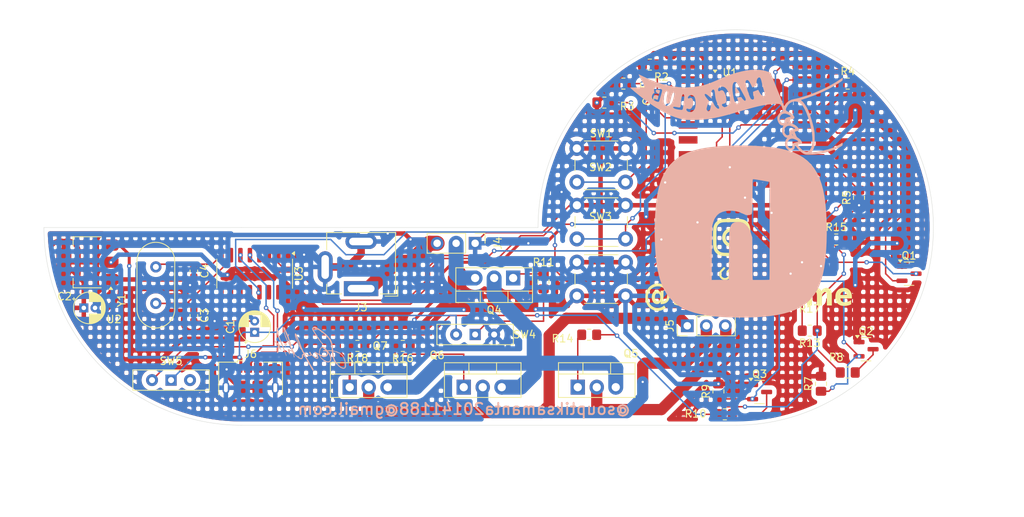
<source format=kicad_pcb>
(kicad_pcb (version 20240108) (generator "pcbnew") (generator_version "8.0")
  (layers (0 "F.Cu" signal) (31 "B.Cu" signal) (34 "B.Paste" user) (35 "F.Paste" user) (36 "B.SilkS" user "B.Silkscreen") (37 "F.SilkS" user "F.Silkscreen") (38 "B.Mask" user) (39 "F.Mask" user) (44 "Edge.Cuts" user))
  (net 0 "")
  (net 1 "GND")
  (net 2 "5V")
  (net 3 "3.3V")
  (net 4 "Net-(U3-XI)")
  (net 5 "Net-(U3-XO)")
  (net 6 "TX")
  (net 7 "MI")
  (net 8 "RX")
  (net 9 "GP9")
  (net 10 "GP10")
  (net 11 "EN")
  (net 12 "D1")
  (net 13 "SCLK")
  (net 14 "MO")
  (net 15 "CS")
  (net 16 "RST")
  (net 17 "D4")
  (net 18 "D7")
  (net 19 "D5")
  (net 20 "D0")
  (net 21 "D8")
  (net 22 "A0")
  (net 23 "D2")
  (net 24 "D3")
  (net 25 "D6")
  (net 26 "VLEDSW")
  (net 27 "12V")
  (net 28 "BR")
  (net 29 "RR")
  (net 30 "GR")
  (net 31 "Net-(Q1-D)")
  (net 32 "Net-(Q2-D)")
  (net 33 "Net-(Q3-D)")
  (net 34 "Net-(Q5-G)")
  (net 35 "VLED")
  (net 36 "Net-(Q6-G)")
  (net 37 "Net-(Q7-G)")
  (net 38 "Net-(Q4-G)")
  (net 46 "D21")
  (net 47 "D11")
  (net 48 "DTR")
  (net 49 "5VL")
  (net 52 "VLEDM")
  (footprint "Button_Switch_THT:SW_PUSH_6mm" (layer "F.Cu") (at 134.5 108.7)
    (property "Reference" "SW3")
    (property "Value" "SW_Push_45deg")
  )
  (footprint "Resistor_SMD:R_0805_2012Metric_Pad1.20x1.40mm_HandSolder" (layer "F.Cu") (at 167.132 124.952 90)
    (property "Reference" "R7")
    (property "Value" "10K")
  )
  (footprint "Capacitor_THT:CP_Radial_D4.0mm_P1.50mm" (layer "F.Cu") (at 68.604 114.808)
    (property "Reference" "C2")
    (property "Value" "100uF")
  )
  (footprint "Package_TO_SOT_SMD:SOT-23" (layer "F.Cu") (at 158.9255 126.05)
    (property "Reference" "Q3")
    (property "Value" "BSS138")
  )
  (footprint "Capacitor_SMD:C_0603_1608Metric" (layer "F.Cu") (at 83.312 109.879 -90)
    (property "Reference" "C4")
    (property "Value" "22pF")
  )
  (footprint "Button_Switch_THT:SW_Slide-03_Wuerth-WS-SLTV_10x2.5x6.4_P2.54mm" (layer "F.Cu") (at 120.904 118.364)
    (property "Reference" "SW4")
    (property "Value" "SW_Wuerth_450301014042")
  )
  (footprint "Resistor_SMD:R_0805_2012Metric_Pad1.20x1.40mm_HandSolder" (layer "F.Cu") (at 170.704 123.444)
    (property "Reference" "R8")
    (property "Value" "10K")
  )
  (footprint "Package_TO_SOT_THT:TO-220-3_Vertical" (layer "F.Cu") (at 125.984 110.815 180)
    (property "Reference" "Q4")
    (property "Value" "IRFZ44N")
  )
  (footprint "Package_TO_SOT_SMD:SOT-23" (layer "F.Cu") (at 173.1495 120.33)
    (property "Reference" "Q2")
    (property "Value" "BSS138")
  )
  (footprint "Resistor_SMD:R_0805_2012Metric_Pad1.20x1.40mm_HandSolder" (layer "F.Cu") (at 164.592 105.664)
    (property "Reference" "R6")
    (property "Value" "10K")
  )
  (footprint "Connector_BarrelJack:BarrelJack_GCT_DCJ200-10-A_Horizontal" (layer "F.Cu") (at 105.664 112.2375 180)
    (property "Reference" "J3")
    (property "Value" "Barrel_Jack_Switch_Pin3Ring")
  )
  (footprint "Button_Switch_THT:SW_Slide-03_Wuerth-WS-SLTV_10x2.5x6.4_P2.54mm" (layer "F.Cu") (at 80.264 124.46)
    (property "Reference" "SW5")
    (property "Value" "SW_Wuerth_450301014042" (hide yes))
  )
  (footprint "Connector_USB:USB_Micro-B_Amphenol_10118193-0001LF_Horizontal" (layer "F.Cu") (at 90.8914 125.476)
    (property "Reference" "J6")
    (property "Value" "USB_B_Micro" (hide yes))
  )
  (footprint "kilibimg:instalogo" (layer "F.Cu") (at 155.2 105.4)
    (property "Reference" "G***" (hide yes))
    (property "Value" "LOGO" (hide yes))
  )
  (footprint "Resistor_SMD:R_0805_2012Metric_Pad1.20x1.40mm_HandSolder" (layer "F.Cu") (at 111.236 119.888 180)
    (property "Reference" "R16")
    (property "Value" "200")
  )
  (footprint "Resistor_SMD:R_0805_2012Metric_Pad1.20x1.40mm_HandSolder" (layer "F.Cu") (at 169.164 105.664)
    (property "Reference" "R15")
    (property "Value" "10K")
  )
  (footprint "Resistor_SMD:R_0805_2012Metric_Pad1.20x1.40mm_HandSolder" (layer "F.Cu") (at 172.212 100.092 90)
    (property "Reference" "R5")
    (property "Value" "10K")
  )
  (footprint "Package_TO_SOT_SMD:SOT-223-3_TabPin2" (layer "F.Cu") (at 69.088 108.712 180)
    (property "Reference" "U2")
    (property "Value" "AMS1117-3.3")
  )
  (footprint "Resistor_SMD:R_0805_2012Metric_Pad1.20x1.40mm_HandSolder" (layer "F.Cu") (at 144.256 82.296 180)
    (property "Reference" "R2")
    (property "Value" "10K")
  )
  (footprint "Resistor_SMD:R_0805_2012Metric_Pad1.20x1.40mm_HandSolder" (layer "F.Cu") (at 153.416 125.968 90)
    (property "Reference" "R9")
    (property "Value" "10K")
  )
  (footprint "Resistor_SMD:R_0805_2012Metric_Pad1.20x1.40mm_HandSolder" (layer "F.Cu") (at 170.704 84.836)
    (property "Reference" "R4")
    (property "Value" "10K")
  )
  (footprint "Package_TO_SOT_THT:TO-220-3_Vertical" (layer "F.Cu") (at 134.62 125.405)
    (property "Reference" "Q5")
    (property "Value" "IRFZ44N")
  )
  (footprint "Resistor_SMD:R_0805_2012Metric_Pad1.20x1.40mm_HandSolder" (layer "F.Cu") (at 140.716 84.836 180)
    (property "Reference" "R1")
    (property "Value" "10K")
  )
  (footprint "Resistor_SMD:R_0805_2012Metric_Pad1.20x1.40mm_HandSolder" (layer "F.Cu") (at 130.048 111.268 90)
    (property "Reference" "R11")
    (property "Value" "200")
  )
  (footprint "Button_Switch_THT:SW_PUSH_6mm" (layer "F.Cu") (at 134.5 93.5)
    (property "Reference" "SW1")
    (property "Value" "SW_Push_45deg")
  )
  (footprint "Capacitor_SMD:C_0603_1608Metric" (layer "F.Cu") (at 145.288 86.7925 90)
    (property "Reference" "C5")
    (property "Value" "100nF")
  )
  (footprint "Package_TO_SOT_THT:TO-220-3_Vertical" (layer "F.Cu") (at 119.38 125.405)
    (property "Reference" "Q6")
    (property "Value" "IRFZ44N")
  )
  (footprint "kilibimg:linkico" (layer "F.Cu") (at 155 109.6)
    (property "Reference" "G***" (hide yes))
    (property "Value" "LOGO" (hide yes))
  )
  (footprint "Resistor_SMD:R_0805_2012Metric_Pad1.20x1.40mm_HandSolder" (layer "F.Cu") (at 165.624 117.856 180)
    (property "Reference" "R13")
    (property "Value" "10K")
  )
  (footprint "Capacitor_SMD:C_0603_1608Metric" (layer "F.Cu") (at 83.312 115.824 -90)
    (property "Reference" "C3")
    (property "Value" "22pF")
  )
  (footprint "Resistor_SMD:R_0805_2012Metric_Pad1.20x1.40mm_HandSolder" (layer "F.Cu") (at 154.275 129.032)
    (property "Reference" "R10")
    (property "Value" "10K")
  )
  (footprint "Resistor_SMD:R_0805_2012Metric_Pad1.20x1.40mm_HandSolder" (layer "F.Cu") (at 138.176 87.376)
    (property "Reference" "R3")
    (property "Value" "10K")
  )
  (footprint "Resistor_SMD:R_0805_2012Metric_Pad1.20x1.40mm_HandSolder" (layer "F.Cu") (at 136.144 118.4 180)
    (property "Reference" "R14")
    (property "Value" "200")
  )
  (footprint "Package_SO:SOIC-16_3.9x9.9mm_P1.27mm" (layer "F.Cu") (at 91.44 110.236 -90)
    (property "Reference" "U3")
    (property "Value" "CH340G")
  )
  (footprint "Connector_PinHeader_2.54mm:PinHeader_1x03_P2.54mm_Vertical" (layer "F.Cu") (at 120.904 106.172 -90)
    (property "Reference" "J4")
    (property "Value" "Conn_01x03_Pin")
  )
  (footprint "Connector_PinHeader_2.54mm:PinHeader_1x03_P2.54mm_Vertical" (layer "F.Cu") (at 149.26 117.2 90)
    (property "Reference" "J5")
    (property "Value" "Conn_01x03_Pin")
  )
  (footprint "Package_TO_SOT_THT:TO-220-3_Vertical" (layer "F.Cu") (at 104.14 125.405)
    (property "Reference" "Q7")
    (property "Value" "IRFZ44N")
  )
  (footprint "Package_TO_SOT_SMD:SOT-23" (layer "F.Cu") (at 178.8945 110.236)
    (property "Reference" "Q1")
    (property "Value" "BSS138")
  )
  (footprint "Capacitor_THT:CP_Radial_D4.0mm_P1.50mm" (layer "F.Cu") (at 91.44 118.070599 90)
    (property "Reference" "C1")
    (property "Value" "100uF")
  )
  (footprint "RF_Module:ESP-12E" (layer "F.Cu") (at 156.972 85.852)
    (property "Reference" "U1")
    (property "Value" "ESP-12E")
  )
  (footprint "Resistor_SMD:R_0805_2012Metric_Pad1.20x1.40mm_HandSolder" (layer "F.Cu") (at 105.172 119.888 180)
    (property "Reference" "R18")
    (property "Value" "200")
  )
  (footprint "Crystal:Crystal_HC49-4H_Vertical" (layer "F.Cu") (at 78.232 114.21 90)
    (property "Reference" "Y1")
    (property "Value" "12MHZ")
  )
  (footprint "Resistor_SMD:R_0805_2012Metric_Pad1.20x1.40mm_HandSolder" (layer "F.Cu") (at 165.608 113.284 180)
    (property "Reference" "R17")
    (property "Value" "10K")
  )
  (footprint "Button_Switch_THT:SW_PUSH_6mm" (layer "F.Cu") (at 134.508 101.092)
    (property "Reference" "SW2")
    (property "Value" "SW_Push_45deg")
  )
  (footprint "kilibimg:HackclubFlag" (layer "B.Cu") (at 155.8 88.6 180)
    (property "Reference" "G***" (hide yes))
    (property "Value" "LOGO" (hide yes))
  )
  (footprint "kilibimg:Hackclub_logo" (layer "B.Cu") (at 156.4 104.6 180)
    (property "Reference" "G***" (hide yes))
    (property "Value" "LOGO" (hide yes))
  )
  (footprint "kilibimg:souptikSign" (layer "B.Cu") (at 97.028 120.396 179.5)
    (property "Reference" "G***" (hide yes))
    (property "Value" "LOGO" (hide yes))
  )
  (gr_line (start 129.310516 104.067) (end 89.6914 104.067) (stroke (width 0.05)) (layer "Edge.Cuts"))
  (gr_arc (start 129.310516 104.067) (mid 174.413786 85.384614) (end 155.7314 130.487884) (stroke (width 0.05)) (layer "Edge.Cuts"))
  (gr_line (start 89.6914 104.067) (end 63.2754 104.067) (stroke (width 0.05)) (layer "Edge.Cuts"))
  (gr_line (start 155.7314 130.487884) (end 89.6914 130.487884) (stroke (width 0.05)) (layer "Edge.Cuts"))
  (gr_arc (start 89.6914 130.487884) (mid 71.012464 122.750819) (end 63.2754 104.071884) (stroke (width 0.05)) (layer "Edge.Cuts"))
  (gr_text "@souptiksamanta20141188@gmail.com\n" (at 141.8 129.2 0) (layer "B.SilkS") (effects (font (size 1.5 1.5) (thickness 0.25) (bold yes)) (justify left bottom mirror)))
  (gr_text "@Souptik.me" (at 143.4 115 0) (layer "F.SilkS") (effects (font (size 3 2.7) (thickness 0.3) (bold yes)) (justify left bottom)))
  (segment (start 134.5 108.7) (end 137.668 108.7) (width 0.6) (layer "F.Cu") (net 1))
  (segment (start 72.238 112.674) (end 72.238 111.012) (width 0.6) (layer "F.Cu") (net 1))
  (segment (start 105.664 107.57875) (end 105.664 105.9375) (width 1) (layer "F.Cu") (net 1))
  (segment (start 86.062198 116.599) (end 83.312 116.599) (width 0.2) (layer "F.Cu") (net 1))
  (segment (start 120.904 106.172) (end 122.32 104.756) (width 0.2) (layer "F.Cu") (net 1))
  (segment (start 94.0914 123.026) (end 94.0914 123.476) (width 0.6) (layer "F.Cu") (net 1))
  (segment (start 70.104 114.808) (end 72.238 112.674) (width 0.6) (layer "F.Cu") (net 1))
  (segment (start 109.22 104.867) (end 111.471 104.867) (width 0.6) (layer "F.Cu") (net 1))
  (segment (start 164.572 96.352) (end 166.456 96.352) (width 0.6) (layer "F.Cu") (net 1))
  (segment (start 92.0914 125.476) (end 94.1914 125.476) (width 0.6) (layer "F.Cu") (net 1))
  (segment (start 83.312 110.2865) (end 83.312 111.252) (width 0.2) (layer "F.Cu") (net 1))
  (segment (start 111.471 104.867) (end 112.268 105.664) (width 0.6) (layer "F.Cu") (net 1))
  (segment (start 126.873 106.172) (end 124.333 108.712) (width 0.4) (layer "F.Cu") (net 1))
  (segment (start 86.090599 116.570599) (end 86.062198 116.599) (width 0.2) (layer "F.Cu") (net 1))
  (segment (start 94.0914 123.026) (end 92.4664 123.026) (width 0.4) (layer "F.Cu") (net 1))
  (segment (start 130.342471 106.172) (end 128.016 106.172) (width 0.4) (layer "F.Cu") (net 1))
  (segment (start 164.608 113.284) (end 164.608 117.84) (width 0.2) (layer "F.Cu") (net 1))
  (segment (start 164.608 117.84) (end 164.624 117.856) (width 0.2) (layer "F.Cu") (net 1))
  (segment (start 122.32 104.756) (end 129.882314 104.756) (width 0.2) (layer "F.Cu") (net 1))
  (segment (start 137.668 108.7) (end 137.668 101.092) (width 0.6) (layer "F.Cu") (net 1))
  (segment (start 164.608 111.744) (end 164.608 113.284) (width 0.2) (layer "F.Cu") (net 1))
  (segment (start 137.668 101.092) (end 141.008 101.092) (width 0.6) (layer "F.Cu") (net 1))
  (segment (start 82.804 111.76) (end 82.056 111.012) (width 0.6) (layer "F.Cu") (net 1))
  (segment (start 87.6914 123.7594) (end 87.6914 123.026) (width 0.6) (layer "F.Cu") (net 1))
  (segment (start 89.408 125.476) (end 87.6914 123.7594) (width 0.6) (layer "F.Cu") (net 1))
  (segment (start 128.016 106.172) (end 126.873 106.172) (width 0.4) (layer "F.Cu") (net 1))
  (segment (start 137.668 101.092) (end 137.668 93.5) (width 0.6) (layer "F.Cu") (net 1))
  (segment (start 134.508 101.092) (end 137.668 101.092) (width 0.6) (layer "F.Cu") (net 1))
  (segment (start 137.668 108.7) (end 141 108.7) (width 0.6) (layer "F.Cu") (net 1))
  (segment (start 134.5 93.5) (end 137.668 93.5) (width 0.6) (layer "F.Cu") (net 1))
  (segment (start 132.461 99.314) (end 132.461 97.028) (width 0.4) (layer "F.Cu") (net 1))
  (segment (start 92.4664 123.026) (end 92.2414 122.801) (width 0.4) (layer "F.Cu") (net 1))
  (segment (start 167.64 101.092) (end 141.008 101.092) (width 0.6) (layer "F.Cu") (net 1))
  (segment (start 117.983 108.712) (end 116.459 110.236) (width 0.4) (layer "F.Cu") (net 1))
  (segment (start 95.95 107.696) (end 95.885 107.761) (width 1) (layer "F.Cu") (net 1))
  (segment (start 87.5914 125.476) (end 89.6914 125.476) (width 0.6) (layer "F.Cu") (net 1))
  (segment (start 100.864 109.3375) (end 103.90525 109.3375) (width 1) (layer "F.Cu") (net 1))
  (segment (start 89.6914 125.476) (end 89.408 125.476) (width 0.6) (layer "F.Cu") (net 1))
  (segment (start 103.90525 109.3375) (end 105.664 107.57875) (width 1) (layer "F.Cu") (net 1))
  (segment (start 133.546314 101.092) (end 134.508 101.092) (width 0.2) (layer "F.Cu") (net 1))
  (segment (start 134.627 93.5) (end 132.461 95.666) (width 0.4) (layer "F.Cu") (net 1))
  (segment (start 83.312 116.2315) (end 83.4125 116.332) (width 0.1) (layer "F.Cu") (net 1))
  (segment (start 92.0914 125.476) (end 89.6914 125.476) (width 0.6) (layer "F.Cu") (net 1))
  (segment (start 170.164 105.664) (end 170.164 103.14) (width 0.2) (layer "F.Cu") (net 1))
  (segment (start 124.333 108.712) (end 117.983 108.712) (width 0.4) (layer "F.Cu") (net 1))
  (segment (start 86.090599 116.570599) (end 91.44 116.570599) (width 0.2) (layer "F.Cu") (net 1))
  (segment (start 94.0914 123.476) (end 92.0914 125.476) (width 0.6) (layer "F.Cu") (net 1))
  (segment (start 132.461 95.666) (end 132.461 97.028) (width 0.4) (layer "F.Cu") (net 1))
  (segment (start 82.056 111.012) (end 72.238 111.012) (width 0.6) (layer "F.Cu") (net 1))
  (segment (start 132.134886 104.379585) (end 130.342471 106.172) (width 0.4) (layer "F.Cu") (net 1))
  (segment (start 129.882314 104.756) (end 133.546314 101.092) (width 0.2) (layer "F.Cu") (net 1))
  (segment (start 116.459 112.741) (end 112.776 116.424) (width 0.4) (layer "F.Cu") (net 1))
  (segment (start 170.164 103.14) (end 172.212 101.092) (width 0.2) (layer "F.Cu") (net 1))
  (segment (start 137.668 93.5) (end 141 93.5) (width 0.6) (layer "F.Cu") (net 1))
  (segment (start 167.64 97.536) (end 167.64 101.092) (width 0.6) (layer "F.Cu") (net 1))
  (segment (start 166.456 96.352) (end 167.64 97.536) (width 0.6) (layer "F.Cu") (net 1))
  (segment (start 98.044 107.696) (end 95.95 107.696) (width 1) (layer "F.Cu") (net 1))
  (segment (start 83.312 111.252) (end 82.804 111.76) (width 0.2) (layer "F.Cu") (net 1))
  (segment (start 116.459 110.236) (end 116.459 111.76) (width 0.4) (layer "F.Cu") (net 1))
  (segment (start 167.132 109.22) (end 164.608 111.744) (width 0.2) (layer "F.Cu") (net 1))
  (segment (start 116.459 111.76) (end 116.459 112.741) (width 0.4) (layer "F.Cu") (net 1))
  (via (at 128.016 106.172) (size 0.6) (drill 0.3) (layers "F.Cu" "B.Cu") (net 1))
  (via (at 109.22 104.867) (size 0.6) (drill 0.3) (layers "F.Cu" "B.Cu") (net 1))
  (via (at 132.134886 104.379585) (size 0.6) (drill 0.3) (layers "F.Cu" "B.Cu") (net 1))
  (via (at 86.090599 116.570599) (size 0.6) (drill 0.3) (layers "F.Cu" "B.Cu") (net 1))
  (via (at 116.459 111.76) (size 0.6) (drill 0.3) (layers "F.Cu" "B.Cu") (net 1))
  (via (at 112.268 105.664) (size 0.6) (drill 0.3) (layers "F.Cu" "B.Cu") (net 1))
  (via (at 82.804 111.76) (size 0.6) (drill 0.3) (layers "F.Cu" "B.Cu") (net 1))
  (via (at 112.776 116.424) (size 0.6) (drill 0.3) (layers "F.Cu" "B.Cu") (net 1))
  (via (at 87.6914 123.026) (size 0.6) (drill 0.3) (layers "F.Cu" "B.Cu") (net 1))
  (via (at 167.132 109.22) (size 0.6) (drill 0.3) (layers "F.Cu" "B.Cu") (net 1))
  (via (at 132.461 99.314) (size 0.6) (drill 0.3) (layers "F.Cu" "B.Cu") (net 1))
  (via (at 172.212 101.092) (size 0.6) (drill 0.3) (layers "F.Cu" "B.Cu") (net 1))
  (via (at 98.044 107.696) (size 0.6) (drill 0.3) (layers "F.Cu" "B.Cu") (net 1))
  (segment (start 105.664 105.46) (end 105.268 105.064) (width 0.6) (layer "B.Cu") (net 1))
  (segment (start 106.969 104.867) (end 105.8985 105.9375) (width 0.6) (layer "B.Cu") (net 1))
  (segment (start 112.776 117.856) (end 115.12 120.2) (width 0.4) (layer "B.Cu") (net 1))
  (segment (start 69.088 109.982) (end 70.104 110.998) (width 0.6) (layer "B.Cu") (net 1))
  (segment (start 69.088 105.064) (end 104.7905 105.064) (width 0.6) (layer "B.Cu") (net 1))
  (segment (start 132.461 104.053471) (end 132.461 99.314) (width 0.4) (layer "B.Cu") (net 1))
  (segment (start 113.284 111.76) (end 116.459 111.76) (width 0.6) (layer "B.Cu") (net 1))
  (segment (start 172.212 105.918) (end 172.212 101.092) (width 0.2) (layer "B.Cu") (net 1))
  (segment (start 120.904 106.172) (end 128.016 106.172) (width 0.2) (layer "B.Cu") (net 1))
  (segment (start 98.044 107.696) (end 99.2225 107.696) (width 1) (layer "B.Cu") (net 1))
  (segment (start 112.268 110.744) (end 113.284 111.76) (width 0.6) (layer "B.Cu") (net 1))
  (segment (start 70.104 110.998) (end 70.104 114.808) (width 0.6) (layer "B.Cu") (net 1))
  (segment (start 132.134886 104.379585) (end 132.461 104.053471) (width 0.4) (layer "B.Cu") (net 1))
  (segment (start 99.2225 107.696) (end 100.864 109.3375) (width 1) (layer "B.Cu") (net 1))
  (segment (start 112.268 105.664) (end 112.268 110.744) (width 0.6) (layer "B.Cu") (net 1))
  (segment (start 100.208 108.204) (end 100.864 108.86) (width 0.8) (layer "B.Cu") (net 1))
  (segment (start 104.7905 105.064) (end 105.664 105.9375) (width 0.6) (layer "B.Cu") (net 1))
  (segment (start 112.776 116.424) (end 112.776 117.856) (width 0.4) (layer "B.Cu") (net 1))
  (segment (start 105.8985 105.9375) (end 105.664 105.9375) (width 0.6) (layer "B.Cu") (net 1))
  (segment (start 115.12 120.2) (end 123.444 120.2) (width 0.4) (layer "B.Cu") (net 1))
  (segment (start 86.090599 116.570599) (end 86.090599 115.554599) (width 0.6) (layer "B.Cu") (net 1))
  (segment (start 86.090599 115.554599) (end 82.804 112.268) (width 0.6) (layer "B.Cu") (net 1))
  (segment (start 167.132 109.22) (end 169.418 106.934) (width 0.2) (layer "B.Cu") (net 1))
  (segment (start 86.090599 116.570599) (end 87.6914 118.1714) (width 0.6) (layer "B.Cu") (net 1))
  (segment (start 123.444 120.2) (end 123.444 118.364) (width 0.4) (layer "B.Cu") (net 1))
  (segment (start 87.6914 118.1714) (end 87.6914 123.026) (width 0.6) (layer "B.Cu") (net 1))
  (segment (start 69.088 105.064) (end 69.088 109.982) (width 0.6) (layer "B.Cu") (net 1))
  (segment (start 171.196 106.934) (end 172.212 105.918) (width 0.2) (layer "B.Cu") (net 1))
  (segment (start 82.804 112.268) (end 82.804 111.76) (width 0.6) (layer "B.Cu") (net 1))
  (segment (start 169.418 106.934) (end 171.196 106.934) (width 0.2) (layer "B.Cu") (net 1))
  (segment (start 109.22 104.867) (end 106.969 104.867) (width 0.6) (layer "B.Cu") (net 1))
  (segment (start 89.408 121.412) (end 89.5914 121.5954) (width 0.4) (layer "F.Cu") (net 2))
  (segment (start 84.836 121.412) (end 89.408 121.412) (width 0.4) (layer "F.Cu") (net 2))
  (segment (start 73.392 106.412) (end 74.676 107.696) (width 0.4) (layer "F.Cu") (net 2))
  (segment (start 74.676 107.696) (end 74.676 109.22) (width 0.4) (layer "F.Cu") (net 2))
  (segment (start 72.238 106.412) (end 73.392 106.412) (width 0.4) (layer "F.Cu") (net 2))
  (segment (start 89.5914 121.5954) (end 89.5914 122.801) (width 0.4) (layer "F.Cu") (net 2))
  (via (at 84.836 121.412) (size 0.6) (drill 0.3) (layers "F.Cu" "B.Cu") (net 2))
  (via (at 74.676 109.22) (size 0.6) (drill 0.3) (layers "F.Cu" "B.Cu") (net 2))
  (via (at 89.408 121.412) (size 0.6) (drill 0.3) (layers "F.Cu" "B.Cu") (net 2))
  (segment (start 118.364 115.824) (end 118.364 118.364) (width 0.2) (layer "B.Cu") (net 2))
  (segment (start 94.273401 118.070599) (end 91.44 118.070599) (width 0.2) (layer "B.Cu") (net 2))
  (segment (start 83.312 121.412) (end 84.836 121.412) (width 0.2) (layer "B.Cu") (net 2))
  (segment (start 91.44 118.070599) (end 89.929401 118.070599) (width 0.2) (layer "B.Cu") (net 2))
  (segment (start 89.929401 118.070599) (end 89.408 118.592) (width 0.2) (layer "B.Cu") (net 2))
  (segment (start 74.676 113.284) (end 74.676 118.364) (width 0.4) (layer "B.Cu") (net 2))
  (segment (start 96.52 115.824) (end 94.273401 118.070599) (width 0.2) (layer "B.Cu") (net 2))
  (segment (start 74.676 121.412) (end 84.836 121.412) (width 0.4) (layer "B.Cu") (net 2))
  (segment (start 118.364 115.824) (end 96.52 115.824) (width 0.2) (layer "B.Cu") (net 2))
  (segment (start 74.676 109.22) (end 74.676 113.284) (width 0.4) (layer "B.Cu") (net 2))
  (segment (start 89.408 118.592) (end 89.408 121.412) (width 0.2) (layer "B.Cu") (net 2))
  (segment (start 74.676 118.364) (end 74.676 121.412) (width 0.4) (layer "B.Cu") (net 2))
  (segment (start 80.264 124.46) (end 83.312 121.412) (width 0.2) (layer "B.Cu") (net 2))
  (segment (start 157.856 124.968) (end 157.988 125.1) (width 0.6) (layer "F.Cu") (net 3))
  (segment (start 171.704 84.836) (end 171.704 88.392) (width 0.6) (layer "F.Cu") (net 3))
  (segment (start 167.132 123.952) (end 159.136 123.952) (width 0.6) (layer "F.Cu") (net 3))
  (segment (start 178.816 93.472) (end 173.736 88.392) (width 0.6) (layer "F.Cu") (net 3))
  (segment (start 171.196 83.82) (end 171.196 84.328) (width 0.6) (layer "F.Cu") (net 3))
  (segment (start 177.292 108.621) (end 177.957 109.286) (width 0.6) (layer "F.Cu") (net 3))
  (segment (start 170.688 83.312) (end 171.196 83.82) (width 0.6) (layer "F.Cu") (net 3))
  (segment (start 144.272 102.108) (end 143.764 102.616) (width 0.6) (layer "F.Cu") (net 3))
  (segment (start 97.982 114.808) (end 95.885 112.711) (width 0.6) (layer "F.Cu") (net 3))
  (segment (start 142.256 82.296) (end 143.256 82.296) (width 0.6) (layer "F.Cu") (net 3))
  (segment (start 171.704 111.76) (end 171.704 118.872) (width 0.6) (layer "F.Cu") (net 3))
  (segment (start 95.885 111.736001) (end 95.885 112.711) (width 0.6) (layer "F.Cu") (net 3))
  (segment (start 159.136 123.952) (end 157.988 125.1) (width 0.6) (layer "F.Cu") (net 3))
  (segment (start 139.716 84.836) (end 142.256 82.296) (width 0.6) (layer "F.Cu") (net 3))
  (segment (start 68.604 111.378) (end 65.938 108.712) (width 0.6) (layer "F.Cu") (net 3))
  (segment (start 68.604 114.808) (end 68.604 111.378) (width 0.6) (layer "F.Cu") (net 3))
  (segment (start 137.176 87.376) (end 139.716 84.836) (width 0.6) (layer "F.Cu") (net 3))
  (segment (start 173.736 88.392) (end 171.704 88.392) (width 0.6) (layer "F.Cu") (net 3))
  (segment (start 92.4 110.4) (end 92.6 110.6) (width 0.6) (layer "F.Cu") (net 3))
  (segment (start 178.816 108.427) (end 178.816 93.472) (width 0.6) (layer "F.Cu") (net 3))
  (segment (start 171.704 118.872) (end 172.212 119.38) (width 0.6) (layer "F.Cu") (net 3))
  (segment (start 72.238 108.712) (end 65.938 108.712) (width 0.6) (layer "F.Cu") (net 3))
  (segment (start 168.656 83.312) (end 170.688 83.312) (width 0.6) (layer "F.Cu") (net 3))
  (segment (start 177.957 109.286) (end 178.816 108.427) (width 0.6) (layer "F.Cu") (net 3))
  (segment (start 143.764 103.632) (end 145.796 105.664) (width 0.6) (layer "F.Cu") (net 3))
  (segment (start 143.256 82.296) (end 144.78 80.772) (width 0.6) (layer "F.Cu") (net 3))
  (segment (start 149.372 96.352) (end 147.996 96.352) (width 0.6) (layer "F.Cu") (net 3))
  (segment (start 128.806629 115.062) (end 119.38 115.062) (width 0.6) (layer "F.Cu") (net 3))
  (segment (start 177.292 106.172) (end 177.292 108.621) (width 0.6) (layer "F.Cu") (net 3))
  (segment (start 143.764 102.616) (end 143.764 103.632) (width 0.6) (layer "F.Cu") (net 3))
  (segment (start 141 113.2) (end 134.5 113.2) (width 0.6) (layer "F.Cu") (net 3))
  (segment (start 153.416 124.968) (end 157.856 124.968) (width 0.6) (layer "F.Cu") (net 3))
  (segment (start 92.6 110.6) (end 94.748999 110.6) (width 0.6) (layer "F.Cu") (net 3))
  (segment (start 160.528 102.108) (end 144.272 102.108) (width 0.6) (layer "F.Cu") (net 3))
  (segment (start 87.8 110.4) (end 92.4 110.4) (width 0.6) (layer "F.Cu") (net 3))
  (segment (start 128.868629 115) (end 128.806629 115.062) (width 0.6) (layer "F.Cu") (net 3))
  (segment (start 171.196 84.328) (end 171.704 84.836) (width 0.6) (layer "F.Cu") (net 3))
  (segment (start 144.78 80.772) (end 166.116 80.772) (width 0.6) (layer "F.Cu") (net 3))
  (segment (start 147.996 96.352) (end 146.304 98.044) (width 0.6) (layer "F.Cu") (net 3))
  (segment (start 94.748999 110.6) (end 95.885 111.736001) (width 0.6) (layer "F.Cu") (net 3))
  (segment (start 166.116 80.772) (end 168.656 83.312) (width 0.6) (layer "F.Cu") (net 3))
  (segment (start 129 115) (end 128.868629 115) (width 0.6) (layer "F.Cu") (net 3))
  (via (at 87.8 110.4) (size 0.6) (drill 0.3) (layers "F.Cu" "B.Cu") (net 3))
  (via (at 177.292 106.172) (size 0.6) (drill 0.3) (layers "F.Cu" "B.Cu") (net 3))
  (via (at 72.238 108.712) (size 0.6) (drill 0.3) (layers "F.Cu" "B.Cu") (net 3))
  (via (at 171.704 111.76) (size 0.6) (drill 0.3) (layers "F.Cu" "B.Cu") (net 3))
  (via (at 171.704 88.392) (size 0.6) (drill 0.3) (layers "F.Cu" "B.Cu") (net 3))
  (via (at 153.416 124.968) (size 0.6) (drill 0.3) (layers "F.Cu" "B.Cu") (net 3))
  (via (at 143.764 102.616) (size 0.6) (drill 0.3) (layers "F.Cu" "B.Cu") (net 3))
  (via (at 145.796 105.664) (size 0.6) (drill 0.3) (layers "F.Cu" "B.Cu") (net 3))
  (via (at 129 115) (size 0.6) (drill 0.3) (layers "F.Cu" "B.Cu") (net 3))
  (via (at 97.982 114.808) (size 0.6) (drill 0.3) (layers "F.Cu" "B.Cu") (net 3))
  (via (at 119.38 115.062) (size 0.6) (drill 0.3) (layers "F.Cu" "B.Cu") (net 3))
  (via (at 137.176 87.376) (size 0.6) (drill 0.3) (layers "F.Cu" "B.Cu") (net 3))
  (via (at 160.528 102.108) (size 0.6) (drill 0.3) (layers "F.Cu" "B.Cu") (net 3))
  (via (at 146.304 98.044) (size 0.6) (drill 0.3) (layers "F.Cu" "B.Cu") (net 3))
  (segment (start 173.736 106.172) (end 171.704 108.204) (width 0.6) (layer "B.Cu") (net 3))
  (segment (start 171.704 89.916) (end 171.704 88.392) (width 0.6) (layer "B.Cu") (net 3))
  (segment (start 160.528 102.108) (end 160.528 99.06) (width 0.6) (layer "B.Cu") (net 3))
  (segment (start 73.254 107.696) (end 72.238 108.712) (width 0.6) (layer "B.Cu") (net 3))
  (segment (start 168.148 93.472) (end 171.704 89.916) (width 0.6) (layer "B.Cu") (net 3))
  (segment (start 132.7 115) (end 134.5 113.2) (width 0.6) (layer "B.Cu") (net 3))
  (segment (start 153.416 124.968) (end 147.828 124.968) (width 0.6) (layer "B.Cu") (net 3))
  (segment (start 137.16 87.392) (end 137.176 87.376) (width 0.6) (layer "B.Cu") (net 3))
  (segment (start 119.38 115.062) (end 98.236 115.062) (width 0.6) (layer "B.Cu") (net 3))
  (segment (start 143.764 102.616) (end 143.764 100.584) (width 0.6) (layer "B.Cu") (net 3))
  (segment (start 161.544 93.472) (end 168.148 93.472) (width 0.6) (layer "B.Cu") (net 3))
  (segment (start 141 118.14) (end 141 113.2) (width 0.6) (layer "B.Cu") (net 3))
  (segment (start 87.8 110.4) (end 87 110.4) (width 0.6) (layer "B.Cu") (net 3))
  (segment (start 161.036 98.552) (end 161.036 93.98) (width 0.6) (layer "B.Cu") (net 3))
  (segment (start 143.764 100.584) (end 146.304 98.044) (width 0.6) (layer "B.Cu") (net 3))
  (segment (start 171.704 108.204) (end 171.704 111.76) (width 0.6) (layer "B.Cu") (net 3))
  (segment (start 148.844 108.712) (end 145.796 105.664) (width 0.6) (layer "B.Cu") (net 3))
  (segment (start 141 113.2) (end 145.88 113.2) (width 0.6) (layer "B.Cu") (net 3))
  (segment (start 177.292 106.172) (end 173.736 106.172) (width 0.6) (layer "B.Cu") (net 3))
  (segment (start 148.844 110.236) (end 148.844 108.712) (width 0.6) (layer "B.Cu") (net 3))
  (segment (start 129 115) (end 132.7 115) (width 0.6) (layer "B.Cu") (net 3))
  (segment (start 147.828 124.968) (end 141 118.14) (width 0.6) (layer "B.Cu") (net 3))
  (segment (start 160.528 99.06) (end 161.036 98.552) (width 0.6) (layer "B.Cu") (net 3))
  (segment (start 161.036 93.98) (end 161.544 93.472) (width 0.6) (layer "B.Cu") (net 3))
  (segment (start 87 110.4) (end 84.296 107.696) (width 0.6) (layer "B.Cu") (net 3))
  (segment (start 145.88 113.2) (end 148.844 110.236) (width 0.6) (layer "B.Cu") (net 3))
  (segment (start 98.236 115.062) (end 97.982 114.808) (width 0.6) (layer "B.Cu") (net 3))
  (segment (start 84.296 107.696) (end 73.254 107.696) (width 0.6) (layer "B.Cu") (net 3))
  (segment (start 83.312 114.808) (end 82.55 114.046) (width 0.2) (layer "F.Cu") (net 4))
  (segment (start 88.265 108.331) (end 88.265 107.761) (width 0.2) (layer "F.Cu") (net 4))
  (segment (start 83.312 115.049) (end 83.312 114.808) (width 0.2) (layer "F.Cu") (net 4))
  (segment (start 78.232 114.21) (end 82.386 114.21) (width 0.2) (layer "F.Cu") (net 4))
  (segment (start 82.386 114.21) (end 82.55 114.046) (width 0.2) (layer "F.Cu") (net 4))
  (segment (start 82.55 114.046) (end 88.265 108.331) (width 0.2) (layer "F.Cu") (net 4))
  (segment (start 83.312 109.1075) (end 83.312 109.4715) (width 0.2) (layer "F.Cu") (net 5))
  (segment (start 78.596 108.966) (end 83.1705 108.966) (width 0.2) (layer "F.Cu") (net 5))
  (segment (start 83.1705 108.966) (end 85.79 108.966) (width 0.2) (layer "F.Cu") (net 5))
  (segment (start 78.232 109.33) (end 78.596 108.966) (width 0.2) (layer "F.Cu") (net 5))
  (segment (start 85.79 108.966) (end 86.995 107.761) (width 0.2) (layer "F.Cu") (net 5))
  (segment (start 83.1705 108.966) (end 83.312 109.1075) (width 0.2) (layer "F.Cu") (net 5))
  (segment (start 161.996 82.352) (end 164.572 82.352) (width 0.2) (layer "F.Cu") (net 6))
  (segment (start 100.584 114.3) (end 96.284 110) (width 0.2) (layer "F.Cu") (net 6))
  (segment (start 96.284 110) (end 94.4 110) (width 0.2) (layer "F.Cu") (net 6))
  (segment (start 130.048 105.156) (end 127 105.156) (width 0.2) (layer "F.Cu") (net 6))
  (segment (start 133.858 103.632) (end 131.572 103.632) (width 0.2) (layer "F.Cu") (net 6))
  (segment (start 116.389686 108.204) (end 114.808 109.785686) (width 0.2) (layer "F.Cu") (net 6))
  (segment (start 127 105.156) (end 123.952 108.204) (width 0.2) (layer "F.Cu") (net 6))
  (segment (start 114.808 109.785686) (end 114.808 111.76) (width 0.2) (layer "F.Cu") (net 6))
  (segment (start 161.036 83.312) (end 161.996 82.352) (width 0.2) (layer "F.Cu") (net 6))
  (segment (start 114.808 111.76) (end 112.268 114.3) (width 0.2) (layer "F.Cu") (net 6))
  (segment (start 112.268 114.3) (end 100.584 114.3) (width 0.2) (layer "F.Cu") (net 6))
  (segment (start 94.4 110) (end 93.345 108.945) (width 0.2) (layer "F.Cu") (net 6))
  (segment (start 123.952 108.204) (end 116.389686 108.204) (width 0.2) (layer "F.Cu") (net 6))
  (segment (start 131.572 103.632) (end 130.048 105.156) (width 0.2) (layer "F.Cu") (net 6))
  (segment (start 93.345 108.945) (end 93.345 107.761) (width 0.2) (layer "F.Cu") (net 6))
  (via (at 161.036 83.312) (size 0.6) (drill 0.3) (layers "F.Cu" "B.Cu") (net 6))
  (via (at 133.858 103.632) (size 0.6) (drill 0.3) (layers "F.Cu" "B.Cu") (net 6))
  (segment (start 133.858 103.632) (end 144.78 103.632) (width 0.2) (layer "B.Cu") (net 6))
  (segment (start 144.78 103.632) (end 161.036 87.376) (width 0.2) (layer "B.Cu") (net 6))
  (segment (start 161.036 87.376) (end 161.036 83.312) (width 0.2) (layer "B.Cu") (net 6))
  (segment (start 96.7 109.4) (end 95.2 109.4) (width 0.2) (layer "F.Cu") (net 8))
  (segment (start 114.3 111.252) (end 111.76 113.792) (width 0.2) (layer "F.Cu") (net 8))
  (segment (start 164.572 84.352) (end 162.584 84.352) (width 0.2) (layer "F.Cu") (net 8))
  (segment (start 94.615 108.815) (end 94.615 107.761) (width 0.2) (layer "F.Cu") (net 8))
  (segment (start 122.828 107.804) (end 116.224 107.804) (width 0.2) (layer "F.Cu") (net 8))
  (segment (start 162.584 84.352) (end 162.56 84.328) (width 0.2) (layer "F.Cu") (net 8))
  (segment (start 123.444 107.188) (end 122.828 107.804) (width 0.2) (layer "F.Cu") (net 8))
  (segment (start 111.76 113.792) (end 101.092 113.792) (width 0.2) (layer "F.Cu") (net 8))
  (segment (start 116.224 107.804) (end 114.3 109.728) (width 0.2) (layer "F.Cu") (net 8))
  (segment (start 101.092 113.792) (end 96.7 109.4) (width 0.2) (layer "F.Cu") (net 8))
  (segment (start 114.3 109.728) (end 114.3 111.252) (width 0.2) (layer "F.Cu") (net 8))
  (segment (start 95.2 109.4) (end 94.615 108.815) (width 0.2) (layer "F.Cu") (net 8))
  (via (at 162.56 84.328) (size 0.6) (drill 0.3) (layers "F.Cu" "B.Cu") (net 8))
  (via (at 123.444 107.188) (size 0.6) (drill 0.3) (layers "F.Cu" "B.Cu") (net 8))
  (segment (start 162.052 86.36) (end 162.052 87.376) (width 0.2) (layer "B.Cu") (net 8))
  (segment (start 162.56 84.328) (end 162.052 84.836) (width 0.2) (layer "B.Cu") (net 8))
  (segment (start 162.052 87.376) (end 143.764 105.664) (width 0.2) (layer "B.Cu") (net 8))
  (segment (start 143.764 107.188) (end 123.444 107.188) (width 0.2) (layer "B.Cu") (net 8))
  (segment (start 143.764 105.664) (end 143.764 107.188) (width 0.2) (layer "B.Cu") (net 8))
  (segment (start 162.052 84.836) (end 162.052 86.36) (width 0.2) (layer "B.Cu") (net 8))
  (segment (start 141.716 84.836) (end 143.256 84.836) (width 0.2) (layer "F.Cu") (net 11))
  (segment (start 141.008 103.756) (end 141.008 105.592) (width 0.2) (layer "F.Cu") (net 11))
  (segment (start 141.94 102.824) (end 141.008 103.756) (width 0.2) (layer "F.Cu") (net 11))
  (segment (start 146.812 84.836) (end 148.328 86.352) (width 0.2) (layer "F.Cu") (net 11))
  (segment (start 148.328 86.352) (end 149.372 86.352) (width 0.2) (layer "F.Cu") (net 11))
  (via (at 146.812 84.836) (size 0.6) (drill 0.3) (layers "F.Cu" "B.Cu") (net 11))
  (via (at 141.94 102.824) (size 0.6) (drill 0.3) (layers "F.Cu" "B.Cu") (net 11))
  (via (at 143.256 84.836) (size 0.6) (drill 0.3) (layers "F.Cu" "B.Cu") (net 11))
  (segment (start 146.812 84.836) (end 143.256 84.836) (width 0.2) (layer "B.Cu") (net 11))
  (segment (start 146.304 96.012) (end 146.304 87.884) (width 0.2) (layer "B.Cu") (net 11))
  (segment (start 141.008 105.592) (end 134.508 105.592) (width 0.2) (layer "B.Cu") (net 11))
  (segment (start 143 99.316) (end 146.304 96.012) (width 0.2) (layer "B.Cu") (net 11))
  (segment (start 146.304 87.884) (end 146.812 87.376) (width 0.2) (layer "B.Cu") (net 11))
  (segment (start 146.812 87.376) (end 146.812 84.836) (width 0.2) (layer "B.Cu") (net 11))
  (segment (start 141.94 102.824) (end 143 101.764) (width 0.2) (layer "B.Cu") (net 11))
  (segment (start 143 101.764) (end 143 99.316) (width 0.2) (layer "B.Cu") (net 11))
  (segment (start 143.764 95.236) (end 143.764 87.5415) (width 0.2) (layer "F.Cu") (net 16))
  (segment (start 145.256 85.9855) (end 145.288 86.0175) (width 0.2) (layer "F.Cu") (net 16))
  (segment (start 143.764 87.5415) (end 145.288 86.0175) (width 0.2) (layer "F.Cu") (net 16))
  (segment (start 149.372 82.352) (end 149.316 82.296) (width 0.2) (layer "F.Cu") (net 16))
  (segment (start 149.316 82.296) (end 145.256 82.296) (width 0.2) (layer "F.Cu") (net 16))
  (segment (start 145.256 82.296) (end 145.256 85.9855) (width 0.2) (layer "F.Cu") (net 16))
  (segment (start 141 98) (end 143.764 95.236) (width 0.2) (layer "F.Cu") (net 16))
  (segment (start 134.5 98) (end 141 98) (width 0.2) (layer "B.Cu") (net 16))
  (segment (start 170.18 119.38) (end 170.312 119.38) (width 0.2) (layer "F.Cu") (net 19))
  (segment (start 153.924 99.052) (end 153.924 99.568) (width 0.2) (layer "F.Cu") (net 19))
  (segment (start 153.172 92.7) (end 153.172 99.052) (width 0.2) (layer "F.Cu") (net 19))
  (segment (start 153.924 91.948) (end 153.172 92.7) (width 0.2) (layer "F.Cu") (net 19))
  (segment (start 149.372 90.352) (end 153.924 90.352) (width 0.2) (layer "F.Cu") (net 19))
  (segment (start 168.18 125.952) (end 168.656 125.476) (width 0.2) (layer "F.Cu") (net 19))
  (segment (start 170.312 119.38) (end 172.212 121.28) (width 0.2) (layer "F.Cu") (net 19))
  (segment (start 167.132 125.952) (end 168.18 125.952) (width 0.2) (layer "F.Cu") (net 19))
  (segment (start 153.416 100.076) (end 156.972 100.076) (width 0.2) (layer "F.Cu") (net 19))
  (segment (start 153.924 90.352) (end 153.924 91.948) (width 0.2) (layer "F.Cu") (net 19))
  (segment (start 153.172 99.052) (end 153.924 99.052) (width 0.2) (layer "F.Cu") (net 19))
  (segment (start 153.924 99.568) (end 153.416 100.076) (width 0.2) (layer "F.Cu") (net 19))
  (via (at 172.212 121.28) (size 0.6) (drill 0.3) (layers "F.Cu" "B.Cu") (net 19))
  (via (at 170.18 119.38) (size 0.6) (drill 0.3) (layers "F.Cu" "B.Cu") (net 19))
  (via (at 168.656 125.476) (size 0.6) (drill 0.3) (layers "F.Cu" "B.Cu") (net 19))
  (via (at 156.972 100.076) (size 0.6) (drill 0.3) (layers "F.Cu" "B.Cu") (net 19))
  (segment (start 170.688 122.428) (end 171.836 121.28) (width 0.2) (layer "B.Cu") (net 19))
  (segment (start 157.988 101.092) (end 156.972 100.076) (width 0.2) (layer "B.Cu") (net 19))
  (segment (start 157.988 103.632) (end 157.988 101.092) (width 0.2) (layer "B.Cu") (net 19))
  (segment (start 170.688 124.968) (end 170.688 122.428) (width 0.2) (layer "B.Cu") (net 19))
  (segment (start 168.656 125.476) (end 169.164 124.968) (width 0.2) (layer "B.Cu") (net 19))
  (segment (start 171.836 121.28) (end 172.212 121.28) (width 0.2) (layer "B.Cu") (net 19))
  (segment (start 169.164 124.968) (end 170.688 124.968) (width 0.2) (layer "B.Cu") (net 19))
  (segment (start 170.18 111.252) (end 170.18 119.38) (width 0.2) (layer "B.Cu") (net 19))
  (segment (start 157.988 103.632) (end 165.608 111.252) (width 0.2) (layer "B.Cu") (net 19))
  (segment (start 165.608 111.252) (end 170.18 111.252) (width 0.2) (layer "B.Cu") (net 19))
  (segment (start 167.472 94.352) (end 164.572 94.352) (width 0.2) (layer "F.Cu") (net 21))
  (segment (start 153.416 126.968) (end 157.956 126.968) (width 0.2) (layer "F.Cu") (net 21))
  (segment (start 171.672 99.092) (end 172.212 99.092) (width 0.2) (layer "F.Cu") (net 21))
  (segment (start 169.164 101.6) (end 171.672 99.092) (width 0.2) (layer "F.Cu") (net 21))
  (segment (start 163.068 110.236) (end 164.592 108.712) (width 0.2) (layer "F.Cu") (net 21))
  (segment (start 172.212 99.092) (end 167.472 94.352) (width 0.2) (layer "F.Cu") (net 21))
  (segment (start 157.988 127) (end 157.956 126.968) (width 0.2) (layer "F.Cu") (net 21))
  (via (at 157.956 126.968) (size 0.6) (drill 0.3) (layers "F.Cu" "B.Cu") (net 21))
  (via (at 169.164 101.6) (size 0.6) (drill 0.3) (layers "F.Cu" "B.Cu") (net 21))
  (via (at 164.592 108.712) (size 0.6) (drill 0.3) (layers "F.Cu" "B.Cu") (net 21))
  (via (at 163.068 110.236) (size 0.6) (drill 0.3) (layers "F.Cu" "B.Cu") (net 21))
  (segment (start 161.544 111.76) (end 163.068 110.236) (width 0.2) (layer "B.Cu") (net 21))
  (segment (start 158.496 125.984) (end 161.544 122.936) (width 0.2) (layer "B.Cu") (net 21))
  (segment (start 161.544 113.284) (end 161.544 111.76) (width 0.2) (layer "B.Cu") (net 21))
  (segment (start 161.544 122.936) (end 161.544 118.364) (width 0.2) (layer "B.Cu") (net 21))
  (segment (start 167.132 106.172) (end 167.132 103.632) (width 0.2) (layer "B.Cu") (net 21))
  (segment (start 158.496 126.428) (end 158.496 125.984) (width 0.2) (layer "B.Cu") (net 21))
  (segment (start 161.544 118.364) (end 161.544 113.284) (width 0.2) (layer "B.Cu") (net 21))
  (segment (start 164.592 108.712) (end 167.132 106.172) (width 0.2) (layer "B.Cu") (net 21))
  (segment (start 167.132 103.632) (end 169.164 101.6) (width 0.2) (layer "B.Cu") (net 21))
  (segment (start 157.956 126.968) (end 158.496 126.428) (width 0.2) (layer "B.Cu") (net 21))
  (segment (start 176.718 111.186) (end 175.768 110.236) (width 0.2) (layer "F.Cu") (net 23))
  (segment (start 169.276 91.44) (end 166.188 88.352) (width 0.2) (layer "F.Cu") (net 23))
  (segment (start 177.8 102.616) (end 177.8 94.488) (width 0.2) (layer "F.Cu") (net 23))
  (segment (start 166.188 88.352) (end 169.704 84.836) (width 0.2) (layer "F.Cu") (net 23))
  (segment (start 164.572 88.352) (end 166.188 88.352) (width 0.2) (layer "F.Cu") (net 23))
  (segment (start 174.752 91.44) (end 169.276 91.44) (width 0.2) (layer "F.Cu") (net 23))
  (segment (start 177.957 111.186) (end 176.718 111.186) (width 0.2) (layer "F.Cu") (net 23))
  (segment (start 177.8 94.488) (end 174.752 91.44) (width 0.2) (layer "F.Cu") (net 23))
  (segment (start 175.768 104.648) (end 177.8 102.616) (width 0.2) (layer "F.Cu") (net 23))
  (segment (start 175.768 110.236) (end 175.768 104.648) (width 0.2) (layer "F.Cu") (net 23))
  (segment (start 144.78 91.44) (end 147.534 91.44) (width 0.2) (layer "F.Cu") (net 24))
  (segment (start 156.108 90.708) (end 156.464 90.352) (width 0.2) (layer "F.Cu") (net 24))
  (segment (start 141.732 87.376) (end 139.176 87.376) (width 0.2) (layer "F.Cu") (net 24))
  (segment (start 156.464 90.352) (end 164.572 90.352) (width 0.2) (layer "F.Cu") (net 24))
  (via (at 141.732 87.376) (size 0.6) (drill 0.3) (layers "F.Cu" "B.Cu") (net 24))
  (via (at 144.78 91.44) (size 0.6) (drill 0.3) (layers "F.Cu" "B.Cu") (net 24))
  (via (at 147.534 91.44) (size 0.6) (drill 0.3) (layers "F.Cu" "B.Cu") (net 24))
  (via (at 156.108 90.708) (size 0.6) (drill 0.3) (layers "F.Cu" "B.Cu") (net 24))
  (segment (start 141.732 88.392) (end 141.732 87.376) (width 0.2) (layer "B.Cu") (net 24))
  (segment (start 144.78 91.44) (end 141.732 88.392) (width 0.2) (layer "B.Cu") (net 24))
  (segment (start 155.376 91.44) (end 147.534 91.44) (width 0.2) (layer "B.Cu") (net 24))
  (segment (start 156.108 90.708) (end 155.376 91.44) (width 0.2) (layer "B.Cu") (net 24))
  (segment (start 118.943 110.815) (end 120.904 110.815) (width 2) (layer "B.Cu") (net 26))
  (segment (start 118.364 106.172) (end 118.364 110.236) (width 2) (layer "B.Cu") (net 26))
  (segment (start 118.364 110.236) (end 118.943 110.815) (width 2) (layer "B.Cu") (net 26))
  (segment (start 114.808 106.172) (end 112.268 108.712) (width 2) (layer "F.Cu") (net 27))
  (segment (start 110.236 108.712) (end 106.7105 112.2375) (width 2) (layer "F.Cu") (net 27))
  (segment (start 112.268 108.712) (end 110.236 108.712) (width 2) (layer "F.Cu") (net 27))
  (segment (start 106.7105 112.2375) (end 105.664 112.2375) (width 2) (layer "F.Cu") (net 27))
  (segment (start 115.824 106.172) (end 114.808 106.172) (width 2) (layer "F.Cu") (net 27))
  (segment (start 130.8 118.5) (end 130.8 127.8) (width 1.5) (layer "F.Cu") (net 28))
  (segment (start 133.1 116.2) (end 130.8 118.5) (width 1.5) (layer "F.Cu") (net 28))
  (segment (start 148.26 116.2) (end 133.1 116.2) (width 1.5) (layer "F.Cu") (net 28))
  (segment (start 149.26 117.2) (end 148.26 116.2) (width 1.5) (layer "F.Cu") (net 28))
  (segment (start 130.8 127.8) (end 129.8 128.8) (width 1.5) (layer "F.Cu") (net 28))
  (segment (start 129.8 128.8) (end 107.2 128.8) (width 1.5) (layer "F.Cu") (net 28))
  (segment (start 106.68 128.28) (end 106.68 125.405) (width 1.5) (layer "F.Cu") (net 28))
  (segment (start 107.2 128.8) (end 106.68 128.28) (width 1.5) (layer "F.Cu") (net 28))
  (segment (start 137.2 128.4) (end 145.8 128.4) (width 1.5) (layer "F.Cu") (net 29))
  (segment (start 137.16 128.36) (end 137.2 128.4) (width 1.5) (layer "F.Cu") (net 29))
  (segment (start 154.4 117.26) (end 154.34 117.2) (width 1.5) (layer "F.Cu") (net 29))
  (segment (start 154.4 119.8) (end 154.4 117.26) (width 1.5) (layer "F.Cu") (net 29))
  (segment (start 145.8 128.4) (end 154.4 119.8) (width 1.5) (layer "F.Cu") (net 29))
  (segment (start 137.16 125.405) (end 137.16 128.36) (width 1.5) (layer "F.Cu") (net 29))
  (segment (start 143.3 122.5) (end 143.6 122.2) (width 1.5) (layer "F.Cu") (net 30))
  (segment (start 143.6 122.2) (end 149 122.2) (width 1.5) (layer "F.Cu") (net 30))
  (segment (start 149 122.2) (end 151.8 119.4) (width 1.5) (layer "F.Cu") (net 30))
  (segment (start 151.8 119.4) (end 151.8 117.2) (width 1.5) (layer "F.Cu") (net 30))
  (segment (start 143.3 124.7) (end 143.3 122.5) (width 1.5) (layer "F.Cu") (net 30))
  (via (at 143.3 124.7) (size 0.6) (drill 0.3) (layers "F.Cu" "B.Cu") (net 30))
  (segment (start 123.2 128.8) (end 121.92 127.52) (width 1.5) (layer "B.Cu") (net 30))
  (segment (start 121.92 127.52) (end 121.92 125.405) (width 1.5) (layer "B.Cu") (net 30))
  (segment (start 143.3 126.7) (end 141.2 128.8) (width 1.5) (layer "B.Cu") (net 30))
  (segment (start 143.3 124.7) (end 143.3 126.7) (width 1.5) (layer "B.Cu") (net 30))
  (segment (start 141.2 128.8) (end 123.2 128.8) (width 1.5) (layer "B.Cu") (net 30))
  (segment (start 168.64 108.712) (end 173.228 108.712) (width 0.2) (layer "F.Cu") (net 31))
  (segment (start 165.592 105.664) (end 168.64 108.712) (width 0.2) (layer "F.Cu") (net 31))
  (via (at 179.832 110.236) (size 0.6) (drill 0.3) (layers "F.Cu" "B.Cu") (net 31))
  (via (at 173.228 108.712) (size 0.6) (drill 0.3) (layers "F.Cu" "B.Cu") (net 31))
  (segment (start 175.26 108.712) (end 176.784 110.236) (width 0.2) (layer "B.Cu") (net 31))
  (segment (start 176.784 110.236) (end 179.832 110.236) (width 0.2) (layer "B.Cu") (net 31))
  (segment (start 173.228 108.712) (end 175.26 108.712) (width 0.2) (layer "B.Cu") (net 31))
  (segment (start 174.087 121.061) (end 171.704 123.444) (width 0.2) (layer "F.Cu") (net 32))
  (segment (start 174.087 120.33) (end 174.087 121.061) (width 0.2) (layer "F.Cu") (net 32))
  (segment (start 159.863 126.05) (end 159.863 128.173) (width 0.2) (layer "F.Cu") (net 33))
  (segment (start 158.43 129.606) (end 155.275 129.606) (width 0.2) (layer "F.Cu") (net 33))
  (segment (start 159.863 128.173) (end 158.43 129.606) (width 0.2) (layer "F.Cu") (net 33))
  (segment (start 134.62 125.405) (end 134.62 118.924) (width 0.2) (layer "F.Cu") (net 34))
  (segment (start 134.62 118.924) (end 135.144 118.4) (width 0.2) (layer "F.Cu") (net 34))
  (segment (start 128.8 118.4) (end 128.8 122.2) (width 2) (layer "B.Cu") (net 35))
  (segment (start 116.2 122.2) (end 129 122.2) (width 2) (layer "B.Cu") (net 35))
  (segment (start 139.7 122.9) (end 139 122.2) (width 2) (layer "B.Cu") (net 35))
  (segment (start 128.8 122.2) (end 128.8 123.6) (width 2) (layer "B.Cu") (net 35))
  (segment (start 129 122.2) (end 128.8 122.2) (width 2) (layer "B.Cu") (net 35))
  (segment (start 128.8 123.6) (end 126.995 125.405) (width 2) (layer "B.Cu") (net 35))
  (segment (start 109.22 125.405) (end 112.995 125.405) (width 2) (layer "B.Cu") (net 35))
  (segment (start 139 122.2) (end 129 122.2) (width 2) (layer "B.Cu") (net 35))
  (segment (start 126.995 125.405) (end 124.46 125.405) (width 2) (layer "B.Cu") (net 35))
  (segment (start 123.444 113.044) (end 128.8 118.4) (width 2) (layer "B.Cu") (net 35))
  (segment (start 139.7 125.405) (end 139.7 122.9) (width 2) (layer "B.Cu") (net 35))
  (segment (start 112.995 125.405) (end 116.2 122.2) (width 2) (layer "B.Cu") (net 35))
  (segment (start 123.444 110.815) (end 123.444 113.044) (width 2) (layer "B.Cu") (net 35))
  (segment (start 119.38 121) (end 110.2 121) (width 0.2) (layer "F.Cu") (net 36))
  (segment (start 110.2 119.924) (end 110.236 119.888) (width 0.2) (layer "F.Cu") (net 36))
  (segment (start 119.38 125.405) (end 119.38 121) (width 0.2) (layer "F.Cu") (net 36))
  (segment (start 110.2 121) (end 110.2 119.924) (width 0.2) (layer "F.Cu") (net 36))
  (segment (start 104.14 123.444) (end 104.14 125.405) (width 0.3) (layer "F.Cu") (net 37))
  (segment (start 104.172 123.412) (end 104.14 123.444) (width 0.3) (layer "F.Cu") (net 37))
  (segment (start 104.172 119.888) (end 104.172 123.412) (width 0.3) (layer "F.Cu") (net 37))
  (segment (start 130.048 110.268) (end 126.531 110.268) (width 0.2) (layer "F.Cu") (net 38))
  (segment (start 126.016 110.268) (end 125.984 110.236) (width 0.2) (layer "F.Cu") (net 38))
  (segment (start 126.531 110.268) (end 125.984 110.815) (width 0.2) (layer "F.Cu") (net 38))
  (segment (start 90.2414 122.207544) (end 90.2414 122.801) (width 0.2) (layer "F.Cu") (net 46))
  (segment (start 93.98 115.824) (end 93.98 119.888) (width 0.2) (layer "F.Cu") (net 46))
  (segment (start 93.98 119.888) (end 92.560944 119.888) (width 0.2) (layer "F.Cu") (net 46))
  (segment (start 92.964 114.808) (end 93.98 115.824) (width 0.2) (layer "F.Cu") (net 46))
  (segment (start 92.560944 119.888) (end 90.2414 122.207544) (width 0.2) (layer "F.Cu") (net 46))
  (via (at 92.964 114.808) (size 0.6) (drill 0.3) (layers "F.Cu" "B.Cu") (net 46))
  (via (at 89.535 107.761) (size 0.6) (drill 0.3) (layers "F.Cu" "B.Cu") (net 46))
  (segment (start 92.964 111.76) (end 89.535 108.331) (width 0.2) (layer "B.Cu") (net 46))
  (segment (start 89.535 108.331) (end 89.535 107.761) (width 0.2) (layer "B.Cu") (net 46))
  (segment (start 92.964 114.808) (end 92.964 111.76) (width 0.2) (layer "B.Cu") (net 46))
  (segment (start 94.488 120.7327) (end 92.366244 120.7327) (width 0.2) (layer "F.Cu") (net 47))
  (segment (start 92.366244 120.7327) (end 90.8914 122.207544) (width 0.2) (layer "F.Cu") (net 47))
  (segment (start 90.8914 122.207544) (end 90.8914 122.801) (width 0.2) (layer "F.Cu") (net 47))
  (segment (start 94.488 115.200626) (end 94.488 120.7327) (width 0.2) (layer "F.Cu") (net 47))
  (via (at 94.488 115.200626) (size 0.6) (drill 0.3) (layers "F.Cu" "B.Cu") (net 47))
  (via (at 90.805 107.761) (size 0.6) (drill 0.3) (layers "F.Cu" "B.Cu") (net 47))
  (segment (start 93.98 114.692626) (end 94.488 115.200626) (width 0.2) (layer "B.Cu") (net 47))
  (segment (start 90.805 107.761) (end 90.805 108.077) (width 0.2) (layer "B.Cu") (net 47))
  (segment (start 90.805 108.077) (end 93.98 111.252) (width 0.2) (layer "B.Cu") (net 47))
  (segment (start 93.98 111.252) (end 93.98 114.692626) (width 0.2) (layer "B.Cu") (net 47))
  (segment (start 142.748 111.252) (end 150.622 103.378) (width 0.2) (layer "F.Cu") (net 48))
  (segment (start 92.013 112.711) (end 91.948 112.776) (width 0.2) (layer "F.Cu") (net 48))
  (segment (start 146.304 89.408) (end 145.288 88.392) (width 0.2) (layer "F.Cu") (net 48))
  (segment (start 154.94 96.012) (end 154.94 89.408) (width 0.2) (layer "F.Cu") (net 48))
  (segment (start 133.096 111.252) (end 142.748 111.252) (width 0.2) (layer "F.Cu") (net 48))
  (segment (start 131.572 109.728) (end 133.096 111.252) (width 0.2) (layer "F.Cu") (net 48))
  (segment (start 92.075 112.711) (end 92.013 112.711) (width 0.2) (layer "F.Cu") (net 48))
  (segment (start 131.572 106.426) (end 131.572 109.728) (width 0.2) (layer "F.Cu") (net 48))
  (segment (start 154.94 89.408) (end 146.304 89.408) (width 0.2) (layer "F.Cu") (net 48))
  (segment (start 145.288 88.392) (end 145.288 87.5675) (width 0.2) (layer "F.Cu") (net 48))
  (via (at 154.94 96.012) (size 0.6) (drill 0.3) (layers "F.Cu" "B.Cu") (net 48))
  (via (at 131.572 106.426) (size 0.6) (drill 0.3) (layers "F.Cu" "B.Cu") (net 48))
  (via (at 150.622 103.378) (size 0.6) (drill 0.3) (layers "F.Cu" "B.Cu") (net 48))
  (via (at 91.948 112.776) (size 0.6) (drill 0.3) (layers "F.Cu" "B.Cu") (net 48))
  (segment (start 131.572 106.426) (end 131.572 105.156) (width 0.2) (layer "B.Cu") (net 48))
  (segment (start 150.622 103.378) (end 154.94 99.06) (width 0.2) (layer "B.Cu") (net 48))
  (segment (start 131.572 105.156) (end 131.083 104.667) (width 0.2) (layer "B.Cu") (net 48))
  (segment (start 154.94 99.06) (end 154.94 96.012) (width 0.2) (layer "B.Cu") (net 48))
  (segment (start 103.632 107.696) (end 101.6 105.664) (width 0.2) (layer "B.Cu") (net 48))
  (segment (start 111.741 104.667) (end 108.712 107.696) (width 0.2) (layer "B.Cu") (net 48))
  (segment (start 108.712 107.696) (end 103.632 107.696) (width 0.2) (layer "B.Cu") (net 48))
  (segment (start 88.9 105.664) (end 88.9 109.22) (width 0.2) (layer "B.Cu") (net 48))
  (segment (start 88.9 109.22) (end 91.948 112.268) (width 0.2) (layer "B.Cu") (net 48))
  (segment (start 91.948 112.268) (end 91.948 112.776) (width 0.2) (layer "B.Cu") (net 48))
  (segment (start 101.6 105.664) (end 88.9 105.664) (width 0.2) (layer "B.Cu") (net 48))
  (segment (start 131.083 104.667) (end 111.741 104.667) (width 0.2) (layer "B.Cu") (net 48))
  (segment (start 117.576 115.824) (end 115 118.4) (width 0.2) (layer "F.Cu") (net 49))
  (segment (start 170.18 110.236) (end 167.132 113.284) (width 0.2) (layer "F.Cu") (net 49))
  (segment (start 163.592 104.124) (end 163.592 105.664) (width 0.2) (layer "F.Cu") (net 49))
  (segment (start 166.624 120.364) (end 169.704 123.444) (width 0.2) (layer "F.Cu") (net 49))
  (segment (start 168.164 105.68) (end 168.164 105.664) (width 0.2) (layer "F.Cu") (net 49))
  (segment (start 167.132 103.632) (end 164.084 103.632) (width 0.2) (layer "F.Cu") (net 49))
  (segment (start 96.4 120) (end 98 118.4) (width 0.2) (layer "F.Cu") (net 49))
  (segment (start 154.291 128.016) (end 153.275 129.032) (width 0.2) (layer "F.Cu") (net 49))
  (segment (start 112.236 118.4) (end 112.236 118.332) (width 0.2) (layer "F.Cu") (net 49))
  (segment (start 139.736 118.4) (end 137.144 118.4) (width 0.2) (layer "F.Cu") (net 49))
  (segment (start 166.608 113.284) (end 166.608 113.808) (width 0.2) (layer "F.Cu") (net 49))
  (segment (start 139.868 118.532) (end 139.736 118.4) (width 0.2) (layer "F.Cu") (net 49))
  (segment (start 170.18 107.696) (end 168.164 105.68) (width 0.2) (layer "F.Cu") (net 49))
  (segment (start 106.512 119.888) (end 106.172 119.888) (width 0.2) (layer "F.Cu") (net 49))
  (segment (start 90.6 120) (end 82.184 120) (width 0.2) (layer "F.Cu") (net 49))
  (segment (start 167.132 113.284) (end 166.608 113.284) (width 0.2) (layer "F.Cu") (net 49))
  (segment (start 112.236 119.888) (end 112.236 118.364) (width 0.2) (layer "F.Cu") (net 49))
  (segment (start 168.164 104.664) (end 167.132 103.632) (width 0.2) (layer "F.Cu") (net 49))
  (segment (start 112.236 118.332) (end 108.068 118.332) (width 0.2) (layer "F.Cu") (net 49))
  (segment (start 168.164 105.664) (end 168.164 104.664) (width 0.2) (layer "F.Cu") (net 49))
  (segment (start 166.624 117.856) (end 166.624 120.364) (width 0.2) (layer "F.Cu") (net 49))
  (segment (start 164.084 103.632) (end 163.592 104.124) (width 0.2) (layer "F.Cu") (net 49))
  (segment (start 156.972 128.016) (end 154.291 128.016) (width 0.2) (layer "F.Cu") (net 49))
  (segment (start 108.068 118.332) (end 106.512 119.888) (width 0.2) (layer "F.Cu") (net 49))
  (segment (start 82.184 120) (end 77.724 124.46) (width 0.2) (layer "F.Cu") (net 49))
  (segment (start 129.176 115.824) (end 117.576 115.824) (width 0.2) (layer "F.Cu") (net 49))
  (segment (start 112.236 118.364) (end 112.236 118.332) (width 0.2) (layer "F.Cu") (net 49))
  (segment (start 166.608 113.808) (end 166.624 113.824) (width 0.2) (layer "F.Cu") (net 49))
  (segment (start 98 118.4) (end 106.172 118.4) (width 0.2) (layer "F.Cu") (net 49))
  (segment (start 115 118.4) (end 112.236 118.4) (width 0.2) (layer "F.Cu") (net 49))
  (segment (start 166.624 113.824) (end 166.624 117.856) (width 0.2) (layer "F.Cu") (net 49))
  (segment (start 106.172 118.4) (end 106.172 119.888) (width 0.2) (layer "F.Cu") (net 49))
  (segment (start 129.2 115.8) (end 129.176 115.824) (width 0.2) (layer "F.Cu") (net 49))
  (segment (start 151.4 129.032) (end 153.275 129.032) (width 0.2) (layer "F.Cu") (net 49))
  (via (at 156.972 128.016) (size 0.6) (drill 0.3) (layers "F.Cu" "B.Cu") (net 49))
  (via (at 166.624 117.856) (size 0.6) (drill 0.3) (layers "F.Cu" "B.Cu") (net 49))
  (via (at 170.18 110.236) (size 0.6) (drill 0.3) (layers "F.Cu" "B.Cu") (net 49))
  (via (at 170.18 107.696) (size 0.6) (drill 0.3) (layers "F.Cu" "B.Cu") (net 49))
  (via (at 129.2 115.8) (size 0.6) (drill 0.3) (layers "F.Cu" "B.Cu") (net 49))
  (via (at 96.4 120) (size 0.6) (drill 0.3) (layers "F.Cu" "B.Cu") (net 49))
  (via (at 90.6 120) (size 0.6) (drill 0.3) (layers "F.Cu" "B.Cu") (net 49))
  (via (at 151.4 129.032) (size 0.6) (drill 0.3) (layers "F.Cu" "B.Cu") (net 49))
  (via (at 139.868 118.532) (size 0.6) (drill 0.3) (layers "F.Cu" "B.Cu") (net 49))
  (segment (start 150.368 129.032) (end 151.4 129.032) (width 0.2) (layer "B.Cu") (net 49))
  (segment (start 96.4 120) (end 90.6 120) (width 0.2) (layer "B.Cu") (net 49))
  (segment (start 166.624 120.396) (end 166.624 117.856) (width 0.2) (layer "B.Cu") (net 49))
  (segment (start 156.972 128.016) (end 162.56 128.016) (width 0.2) (layer "B.Cu") (net 49))
  (segment (start 170.18 107.696) (end 170.18 110.236) (width 0.2) (layer "B.Cu") (net 49))
  (segment (start 162.56 128.016) (end 164.592 125.984) (width 0.2) (layer "B.Cu") (net 49))
  (segment (start 139.868 118.532) (end 137.136 115.8) (width 0.2) (layer "B.Cu") (net 49))
  (segment (start 139.868 118.532) (end 150.368 129.032) (width 0.2) (layer "B.Cu") (net 49))
  (segment (start 164.592 125.984) (end 164.592 122.428) (width 0.2) (layer "B.Cu") (net 49))
  (segment (start 164.592 122.428) (end 166.624 120.396) (width 0.2) (layer "B.Cu") (net 49))
  (segment (start 137.136 115.8) (end 129.2 115.8) (width 0.2) (layer "B.Cu") (net 49))
  (segment (start 122.682 116.586) (end 120.904 118.364) (width 0.2) (layer "F.Cu") (net 52))
  (segment (start 130.048 112.268) (end 130.048 116.586) (width 0.2) (layer "F.Cu") (net 52))
  (segment (start 130.048 116.586) (end 122.682 116.586) (width 0.2) (layer "F.Cu") (net 52))
  (zone (net 3) (net_name "3.3V") (layer "F.Cu") (connect_pads (clearance 0.6)) (min_thickness 0.6) (fill yes (mode hatch) (thermal_gap 0.6) (thermal_bridge_width 0.6) (hatch_thickness 0.6) (hatch_gap 0.6) (hatch_orientation 0) (hatch_smoothing_level 1) (hatch_smoothing_value 0.5) (hatch_border_algorithm hatch_thickness) (hatch_min_hole_area 0.3))
    (polygon (pts (xy 57.404 73.66) (xy 185.928 73.66) (xy 185.928 137.668) (xy 182.88 140.716) (xy 65.024 140.716) (xy 57.912 133.604) (xy 57.912 73.66) (xy 58.42 73.66) (xy 58.928 74.168) (xy 57.912 74.168)))
  )
  (zone (net 1) (net_name "GND") (layer "B.Cu") (priority 1) (connect_pads (clearance 0.6)) (min_thickness 0.6) (fill yes (mode hatch) (thermal_gap 0.6) (thermal_bridge_width 0.6) (hatch_thickness 0.6) (hatch_gap 0.6) (hatch_orientation 0) (hatch_smoothing_level 3) (hatch_smoothing_value 0.1) (hatch_border_algorithm hatch_thickness) (hatch_min_hole_area 0.3))
    (polygon (pts (xy 185.928 73.66) (xy 58.42 73.66) (xy 58.42 135.636) (xy 65.532 142.748) (xy 180.848 142.748) (xy 185.928 137.668)))
  )
)
</source>
